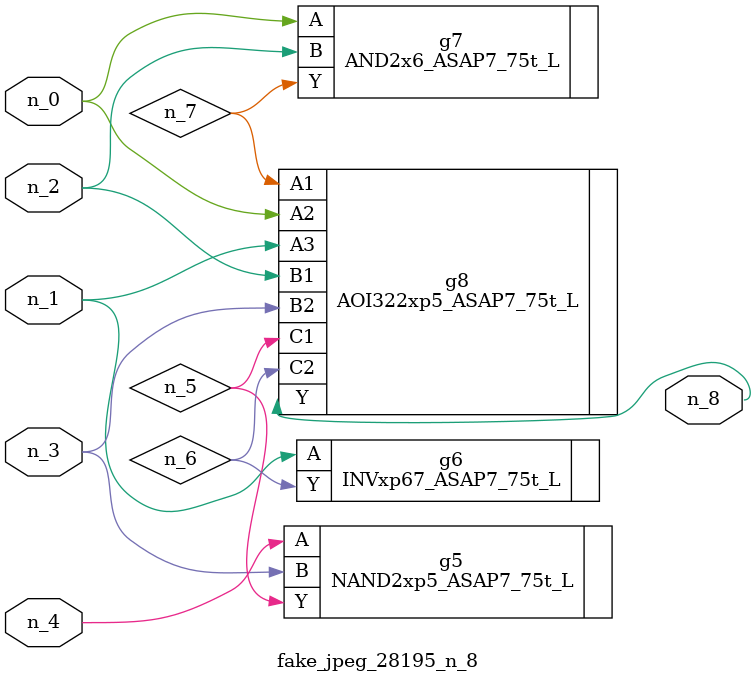
<source format=v>
module fake_jpeg_28195_n_8 (n_3, n_2, n_1, n_0, n_4, n_8);

input n_3;
input n_2;
input n_1;
input n_0;
input n_4;

output n_8;

wire n_6;
wire n_5;
wire n_7;

NAND2xp5_ASAP7_75t_L g5 ( 
.A(n_4),
.B(n_3),
.Y(n_5)
);

INVxp67_ASAP7_75t_L g6 ( 
.A(n_1),
.Y(n_6)
);

AND2x6_ASAP7_75t_L g7 ( 
.A(n_0),
.B(n_2),
.Y(n_7)
);

AOI322xp5_ASAP7_75t_L g8 ( 
.A1(n_7),
.A2(n_0),
.A3(n_1),
.B1(n_2),
.B2(n_3),
.C1(n_5),
.C2(n_6),
.Y(n_8)
);


endmodule
</source>
